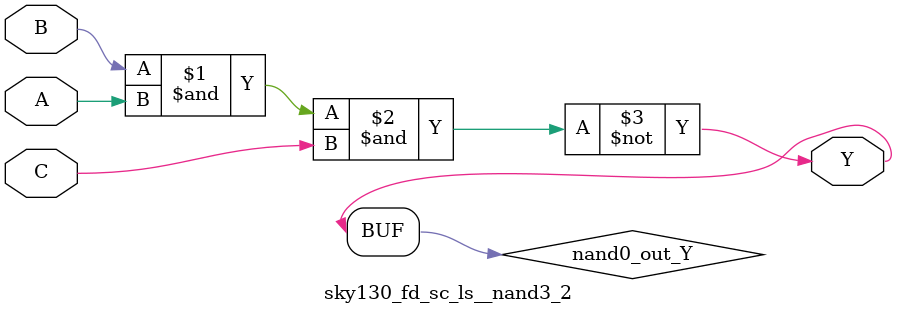
<source format=v>
module sky130_fd_sc_ls__nand3_2 (
    Y,
    A,
    B,
    C
);
    output Y;
    input  A;
    input  B;
    input  C;
    wire nand0_out_Y;
    nand nand0 (nand0_out_Y, B, A, C        );
    buf  buf0  (Y          , nand0_out_Y    );
endmodule
</source>
